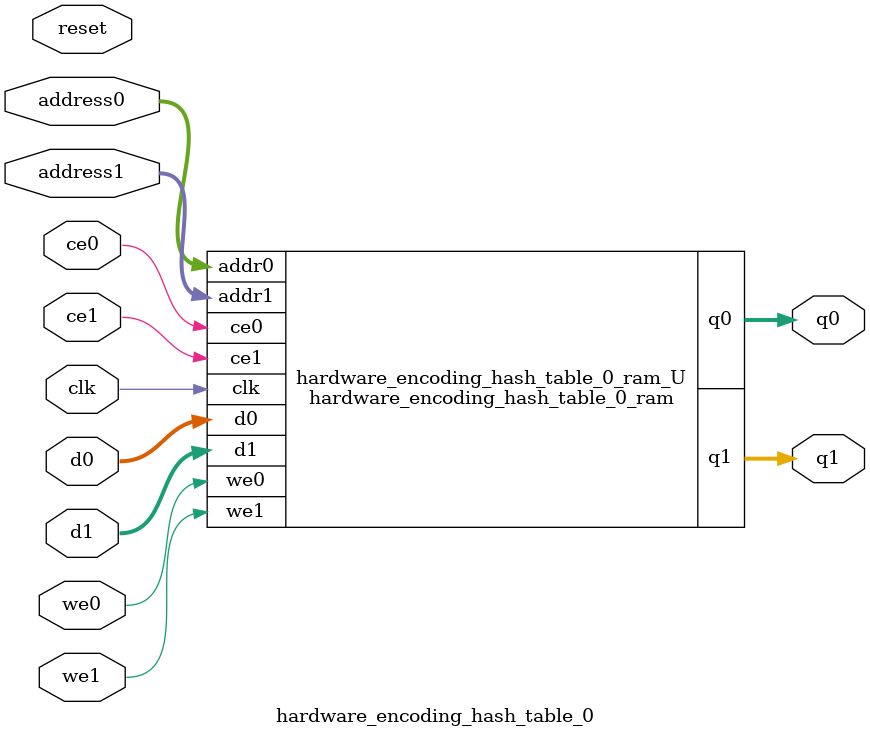
<source format=v>
`timescale 1 ns / 1 ps
module hardware_encoding_hash_table_0_ram (addr0, ce0, d0, we0, q0, addr1, ce1, d1, we1, q1,  clk);

parameter DWIDTH = 33;
parameter AWIDTH = 15;
parameter MEM_SIZE = 32768;

input[AWIDTH-1:0] addr0;
input ce0;
input[DWIDTH-1:0] d0;
input we0;
output reg[DWIDTH-1:0] q0;
input[AWIDTH-1:0] addr1;
input ce1;
input[DWIDTH-1:0] d1;
input we1;
output reg[DWIDTH-1:0] q1;
input clk;

reg [DWIDTH-1:0] ram[0:MEM_SIZE-1];




always @(posedge clk)  
begin 
    if (ce0) begin
        if (we0) 
            ram[addr0] <= d0; 
        q0 <= ram[addr0];
    end
end


always @(posedge clk)  
begin 
    if (ce1) begin
        if (we1) 
            ram[addr1] <= d1; 
        q1 <= ram[addr1];
    end
end


endmodule

`timescale 1 ns / 1 ps
module hardware_encoding_hash_table_0(
    reset,
    clk,
    address0,
    ce0,
    we0,
    d0,
    q0,
    address1,
    ce1,
    we1,
    d1,
    q1);

parameter DataWidth = 32'd33;
parameter AddressRange = 32'd32768;
parameter AddressWidth = 32'd15;
input reset;
input clk;
input[AddressWidth - 1:0] address0;
input ce0;
input we0;
input[DataWidth - 1:0] d0;
output[DataWidth - 1:0] q0;
input[AddressWidth - 1:0] address1;
input ce1;
input we1;
input[DataWidth - 1:0] d1;
output[DataWidth - 1:0] q1;



hardware_encoding_hash_table_0_ram hardware_encoding_hash_table_0_ram_U(
    .clk( clk ),
    .addr0( address0 ),
    .ce0( ce0 ),
    .we0( we0 ),
    .d0( d0 ),
    .q0( q0 ),
    .addr1( address1 ),
    .ce1( ce1 ),
    .we1( we1 ),
    .d1( d1 ),
    .q1( q1 ));

endmodule


</source>
